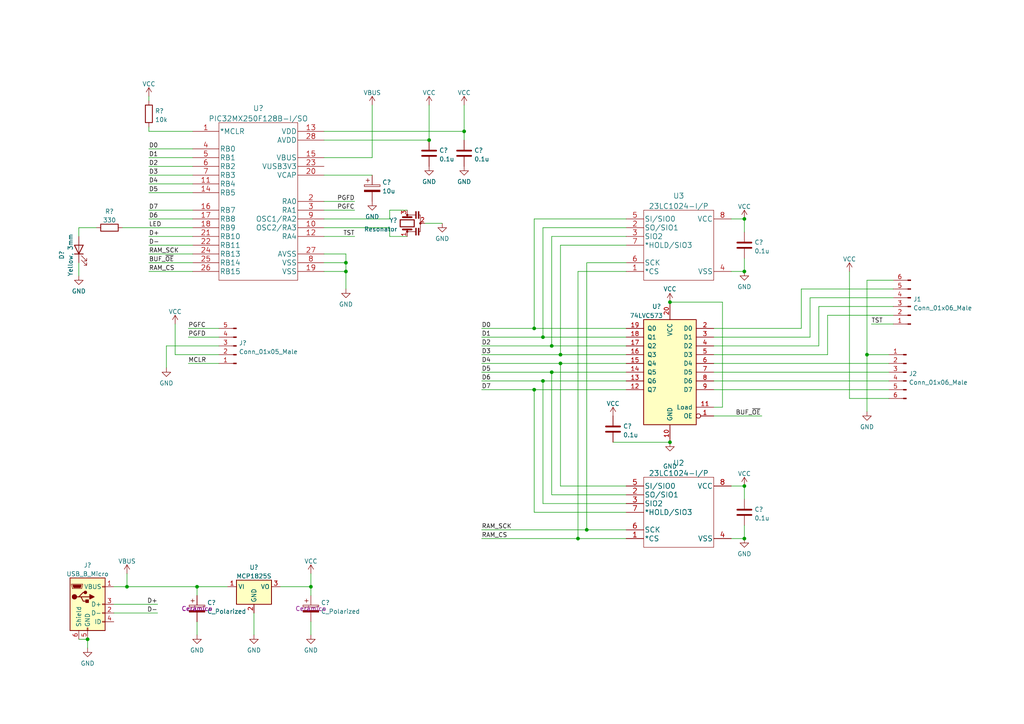
<source format=kicad_sch>
(kicad_sch (version 20211123) (generator eeschema)
  (paper "A4")
  (title_block (title "Logic Pirate") (date "2022-11-13") (rev "1") (company "Tochi") (comment 1 "Clone from DangerousPrototypes's Logic Pirate") (comment 2 "http://dangerousprototypes.com/docs/Logic_Pirate"))
  (lib_symbols
    (symbol "23LC1024:23LC1024-I{slash}P" (pin_names (offset 0.254))
      (property "Reference" "U" (at 5.08 6.35 0))
      (property "Value" "23LC1024-I{slash}P" (at 5.08 3.81 0))
      (symbol "23LC1024-I{slash}P_1_1"
        (polyline (pts (xy 5.08 -17.78) (xy 25.4 -17.78)) (stroke (width 0.127)))
        (polyline (pts (xy 5.08 2.54) (xy 5.08 -17.78)) (stroke (width 0.127)))
        (polyline (pts (xy 25.4 -17.78) (xy 25.4 2.54)) (stroke (width 0.127)))
        (polyline (pts (xy 25.4 2.54) (xy 5.08 2.54)) (stroke (width 0.127)))
        (pin input line (at 0 -15.24 0) (length 5.08) (name "*CS") (number "1"))
        (pin bidirectional line (at 0 -2.54 0) (length 5.08) (name "SO/SIO1") (number "2"))
        (pin bidirectional line (at 0 -5.08 0) (length 5.08) (name "SIO2") (number "3"))
        (pin power_in line (at 30.48 -15.24 180) (length 5.08) (name "VSS") (number "4"))
        (pin bidirectional line (at 0 0 0) (length 5.08) (name "SI/SIO0") (number "5"))
        (pin input line (at 0 -12.7 0) (length 5.08) (name "SCK") (number "6"))
        (pin input line (at 0 -7.62 0) (length 5.08) (name "*HOLD/SIO3") (number "7"))
        (pin power_in line (at 30.48 0 180) (length 5.08) (name "VCC") (number "8"))
      )
    )
    (symbol "74xx:74LS573" (pin_names (offset 1.016))
      (property "Reference" "U" (at -7.62 16.51 0))
      (property "Value" "74LS573" (at -7.62 -16.51 0))
      (symbol "74LS573_1_0"
        (pin input inverted (at -12.7 -12.7 0) (length 5.08) (name "OE") (number "1"))
        (pin power_in line (at 0 -20.32 90) (length 5.08) (name "GND") (number "10"))
        (pin input line (at -12.7 -10.16 0) (length 5.08) (name "Load") (number "11"))
        (pin tri_state line (at 12.7 -5.08 180) (length 5.08) (name "Q7") (number "12"))
        (pin tri_state line (at 12.7 -2.54 180) (length 5.08) (name "Q6") (number "13"))
        (pin tri_state line (at 12.7 0 180) (length 5.08) (name "Q5") (number "14"))
        (pin tri_state line (at 12.7 2.54 180) (length 5.08) (name "Q4") (number "15"))
        (pin tri_state line (at 12.7 5.08 180) (length 5.08) (name "Q3") (number "16"))
        (pin tri_state line (at 12.7 7.62 180) (length 5.08) (name "Q2") (number "17"))
        (pin tri_state line (at 12.7 10.16 180) (length 5.08) (name "Q1") (number "18"))
        (pin tri_state line (at 12.7 12.7 180) (length 5.08) (name "Q0") (number "19"))
        (pin input line (at -12.7 12.7 0) (length 5.08) (name "D0") (number "2"))
        (pin power_in line (at 0 20.32 270) (length 5.08) (name "VCC") (number "20"))
        (pin input line (at -12.7 10.16 0) (length 5.08) (name "D1") (number "3"))
        (pin input line (at -12.7 7.62 0) (length 5.08) (name "D2") (number "4"))
        (pin input line (at -12.7 5.08 0) (length 5.08) (name "D3") (number "5"))
        (pin input line (at -12.7 2.54 0) (length 5.08) (name "D4") (number "6"))
        (pin input line (at -12.7 0 0) (length 5.08) (name "D5") (number "7"))
        (pin input line (at -12.7 -2.54 0) (length 5.08) (name "D6") (number "8"))
        (pin input line (at -12.7 -5.08 0) (length 5.08) (name "D7") (number "9"))
      )
      (symbol "74LS573_1_1"
        (rectangle (start -7.62 15.24) (end 7.62 -15.24) (stroke (width 0.254)) (fill (type background)))
      )
    )
    (symbol "Connector:Conn_01x05_Male" (pin_names (offset 1.016) hide)
      (property "Reference" "J" (at 0 7.62 0))
      (property "Value" "Conn_01x05_Male" (at 0 -7.62 0))
      (symbol "Conn_01x05_Male_1_1"
        (polyline (pts (xy 1.27 -5.08) (xy 0.8636 -5.08)) (stroke (width 0.1524)))
        (polyline (pts (xy 1.27 -2.54) (xy 0.8636 -2.54)) (stroke (width 0.1524)))
        (polyline (pts (xy 1.27 0) (xy 0.8636 0)) (stroke (width 0.1524)))
        (polyline (pts (xy 1.27 2.54) (xy 0.8636 2.54)) (stroke (width 0.1524)))
        (polyline (pts (xy 1.27 5.08) (xy 0.8636 5.08)) (stroke (width 0.1524)))
        (rectangle (start 0.8636 -4.953) (end 0 -5.207) (stroke (width 0.1524)) (fill (type outline)))
        (rectangle (start 0.8636 -2.413) (end 0 -2.667) (stroke (width 0.1524)) (fill (type outline)))
        (rectangle (start 0.8636 0.127) (end 0 -0.127) (stroke (width 0.1524)) (fill (type outline)))
        (rectangle (start 0.8636 2.667) (end 0 2.413) (stroke (width 0.1524)) (fill (type outline)))
        (rectangle (start 0.8636 5.207) (end 0 4.953) (stroke (width 0.1524)) (fill (type outline)))
        (pin passive line (at 5.08 5.08 180) (length 3.81) (name "Pin_1") (number "1"))
        (pin passive line (at 5.08 2.54 180) (length 3.81) (name "Pin_2") (number "2"))
        (pin passive line (at 5.08 0 180) (length 3.81) (name "Pin_3") (number "3"))
        (pin passive line (at 5.08 -2.54 180) (length 3.81) (name "Pin_4") (number "4"))
        (pin passive line (at 5.08 -5.08 180) (length 3.81) (name "Pin_5") (number "5"))
      )
    )
    (symbol "Connector:Conn_01x06_Male" (pin_names (offset 1.016) hide)
      (property "Reference" "J" (at 0 7.62 0))
      (property "Value" "Conn_01x06_Male" (at 0 -10.16 0))
      (symbol "Conn_01x06_Male_1_1"
        (polyline (pts (xy 1.27 -7.62) (xy 0.8636 -7.62)) (stroke (width 0.1524)))
        (polyline (pts (xy 1.27 -5.08) (xy 0.8636 -5.08)) (stroke (width 0.1524)))
        (polyline (pts (xy 1.27 -2.54) (xy 0.8636 -2.54)) (stroke (width 0.1524)))
        (polyline (pts (xy 1.27 0) (xy 0.8636 0)) (stroke (width 0.1524)))
        (polyline (pts (xy 1.27 2.54) (xy 0.8636 2.54)) (stroke (width 0.1524)))
        (polyline (pts (xy 1.27 5.08) (xy 0.8636 5.08)) (stroke (width 0.1524)))
        (rectangle (start 0.8636 -7.493) (end 0 -7.747) (stroke (width 0.1524)) (fill (type outline)))
        (rectangle (start 0.8636 -4.953) (end 0 -5.207) (stroke (width 0.1524)) (fill (type outline)))
        (rectangle (start 0.8636 -2.413) (end 0 -2.667) (stroke (width 0.1524)) (fill (type outline)))
        (rectangle (start 0.8636 0.127) (end 0 -0.127) (stroke (width 0.1524)) (fill (type outline)))
        (rectangle (start 0.8636 2.667) (end 0 2.413) (stroke (width 0.1524)) (fill (type outline)))
        (rectangle (start 0.8636 5.207) (end 0 4.953) (stroke (width 0.1524)) (fill (type outline)))
        (pin passive line (at 5.08 5.08 180) (length 3.81) (name "Pin_1") (number "1"))
        (pin passive line (at 5.08 2.54 180) (length 3.81) (name "Pin_2") (number "2"))
        (pin passive line (at 5.08 0 180) (length 3.81) (name "Pin_3") (number "3"))
        (pin passive line (at 5.08 -2.54 180) (length 3.81) (name "Pin_4") (number "4"))
        (pin passive line (at 5.08 -5.08 180) (length 3.81) (name "Pin_5") (number "5"))
        (pin passive line (at 5.08 -7.62 180) (length 3.81) (name "Pin_6") (number "6"))
      )
    )
    (symbol "Connector:USB_B_Micro" (pin_names (offset 1.016))
      (property "Reference" "J" (at -5.08 11.43 0))
      (property "Value" "USB_B_Micro" (at -5.08 8.89 0))
      (symbol "USB_B_Micro_0_1"
        (rectangle (start -5.08 -7.62) (end 5.08 7.62) (stroke (width 0.254)) (fill (type background)))
        (circle (center -3.81 2.159) (radius 0.635) (stroke (width 0.254)) (fill (type outline)))
        (circle (center -0.635 3.429) (radius 0.381) (stroke (width 0.254)) (fill (type outline)))
        (rectangle (start -0.127 -7.62) (end 0.127 -6.858))
        (polyline (pts (xy -1.905 2.159) (xy 0.635 2.159)) (stroke (width 0.254)))
        (polyline (pts (xy -3.175 2.159) (xy -2.54 2.159) (xy -1.27 3.429) (xy -0.635 3.429)) (stroke (width 0.254)))
        (polyline (pts (xy -2.54 2.159) (xy -1.905 2.159) (xy -1.27 0.889) (xy 0 0.889)) (stroke (width 0.254)))
        (polyline (pts (xy 0.635 2.794) (xy 0.635 1.524) (xy 1.905 2.159) (xy 0.635 2.794)) (stroke (width 0.254)) (fill (type outline)))
        (polyline (pts (xy -4.318 5.588) (xy -1.778 5.588) (xy -2.032 4.826) (xy -4.064 4.826) (xy -4.318 5.588)) (fill (type outline)))
        (polyline (pts (xy -4.699 5.842) (xy -4.699 5.588) (xy -4.445 4.826) (xy -4.445 4.572) (xy -1.651 4.572) (xy -1.651 4.826) (xy -1.397 5.588) (xy -1.397 5.842) (xy -4.699 5.842)))
        (rectangle (start 0.254 1.27) (end -0.508 0.508) (stroke (width 0.254)) (fill (type outline)))
        (rectangle (start 5.08 -5.207) (end 4.318 -4.953))
        (rectangle (start 5.08 -2.667) (end 4.318 -2.413))
        (rectangle (start 5.08 -0.127) (end 4.318 0.127))
        (rectangle (start 5.08 4.953) (end 4.318 5.207))
      )
      (symbol "USB_B_Micro_1_1"
        (pin power_out line (at 7.62 5.08 180) (length 2.54) (name "VBUS") (number "1"))
        (pin bidirectional line (at 7.62 -2.54 180) (length 2.54) (name "D-") (number "2"))
        (pin bidirectional line (at 7.62 0 180) (length 2.54) (name "D+") (number "3"))
        (pin passive line (at 7.62 -5.08 180) (length 2.54) (name "ID") (number "4"))
        (pin power_out line (at 0 -10.16 90) (length 2.54) (name "GND") (number "5"))
        (pin passive line (at -2.54 -10.16 90) (length 2.54) (name "Shield") (number "6"))
      )
    )
    (symbol "Device:C" (pin_numbers hide) (pin_names (offset 0.254))
      (property "Reference" "C" (at 0.635 2.54 0))
      (property "Value" "C" (at 0.635 -2.54 0))
      (symbol "C_0_1"
        (polyline (pts (xy -2.032 -0.762) (xy 2.032 -0.762)) (stroke (width 0.508)))
        (polyline (pts (xy -2.032 0.762) (xy 2.032 0.762)) (stroke (width 0.508)))
      )
      (symbol "C_1_1"
        (pin passive line (at 0 3.81 270) (length 2.794) (name "~") (number "1"))
        (pin passive line (at 0 -3.81 90) (length 2.794) (name "~") (number "2"))
      )
    )
    (symbol "Device:C_Polarized" (pin_numbers hide) (pin_names (offset 0.254))
      (property "Reference" "C" (at 0.635 2.54 0))
      (property "Value" "C_Polarized" (at 0.635 -2.54 0))
      (symbol "C_Polarized_0_1"
        (rectangle (start -2.286 0.508) (end 2.286 1.016))
        (polyline (pts (xy -1.778 2.286) (xy -0.762 2.286)))
        (polyline (pts (xy -1.27 2.794) (xy -1.27 1.778)))
        (rectangle (start 2.286 -0.508) (end -2.286 -1.016) (fill (type outline)))
      )
      (symbol "C_Polarized_1_1"
        (pin passive line (at 0 3.81 270) (length 2.794) (name "~") (number "1"))
        (pin passive line (at 0 -3.81 90) (length 2.794) (name "~") (number "2"))
      )
    )
    (symbol "Device:LED" (pin_numbers hide) (pin_names (offset 1.016) hide)
      (property "Reference" "D" (at 0 2.54 0))
      (property "Value" "LED" (at 0 -2.54 0))
      (symbol "LED_0_1"
        (polyline (pts (xy -1.27 -1.27) (xy -1.27 1.27)) (stroke (width 0.254)))
        (polyline (pts (xy -1.27 0) (xy 1.27 0)))
        (polyline (pts (xy 1.27 -1.27) (xy 1.27 1.27) (xy -1.27 0) (xy 1.27 -1.27)) (stroke (width 0.254)))
        (polyline (pts (xy -3.048 -0.762) (xy -4.572 -2.286) (xy -3.81 -2.286) (xy -4.572 -2.286) (xy -4.572 -1.524)))
        (polyline (pts (xy -1.778 -0.762) (xy -3.302 -2.286) (xy -2.54 -2.286) (xy -3.302 -2.286) (xy -3.302 -1.524)))
      )
      (symbol "LED_1_1"
        (pin passive line (at -3.81 0 0) (length 2.54) (name "K") (number "1"))
        (pin passive line (at 3.81 0 180) (length 2.54) (name "A") (number "2"))
      )
    )
    (symbol "Device:R" (pin_numbers hide) (pin_names (offset 0))
      (property "Reference" "R" (at 2.032 0 90))
      (property "Value" "R" (at 0 0 90))
      (symbol "R_0_1"
        (rectangle (start -1.016 -2.54) (end 1.016 2.54) (stroke (width 0.254)))
      )
      (symbol "R_1_1"
        (pin passive line (at 0 3.81 270) (length 1.27) (name "~") (number "1"))
        (pin passive line (at 0 -3.81 90) (length 1.27) (name "~") (number "2"))
      )
    )
    (symbol "Device:Resonator" (pin_names (offset 1.016) hide)
      (property "Reference" "Y" (at 0 5.715 0))
      (property "Value" "Resonator" (at 0 3.81 0))
      (symbol "Resonator_0_1"
        (rectangle (start -3.429 -3.175) (end -1.397 -3.429) (fill (type outline)))
        (rectangle (start -3.429 -2.413) (end -1.397 -2.667) (fill (type outline)))
        (circle (center -2.413 0) (radius 0.254) (fill (type outline)))
        (rectangle (start -1.016 2.032) (end 1.016 -2.032) (stroke (width 0.3048)))
        (circle (center 0 -3.81) (radius 0.254) (fill (type outline)))
        (polyline (pts (xy -2.413 -2.413) (xy -2.413 0)))
        (polyline (pts (xy -1.905 0) (xy -3.175 0)))
        (polyline (pts (xy -1.778 -1.27) (xy -1.778 1.27)) (stroke (width 0.508)))
        (polyline (pts (xy 1.778 -1.27) (xy 1.778 1.27)) (stroke (width 0.508)))
        (polyline (pts (xy 1.905 0) (xy 2.54 0)))
        (polyline (pts (xy 2.413 0) (xy 2.413 -2.54)))
        (polyline (pts (xy 2.413 -3.302) (xy 2.413 -3.81) (xy -2.413 -3.81) (xy -2.413 -3.302)))
        (rectangle (start 1.397 -3.175) (end 3.429 -3.429) (fill (type outline)))
        (rectangle (start 1.397 -2.413) (end 3.429 -2.667) (fill (type outline)))
        (circle (center 2.413 0) (radius 0.254) (fill (type outline)))
      )
      (symbol "Resonator_1_1"
        (pin passive line (at -3.81 0 0) (length 1.27) (name "1") (number "1"))
        (pin passive line (at 0 -5.08 90) (length 1.27) (name "2") (number "2"))
        (pin passive line (at 3.81 0 180) (length 1.27) (name "3") (number "3"))
      )
    )
    (symbol "PIC32MX250F128B-I{slash}SO_1" (pin_names (offset 0.254))
      (property "Reference" "U?" (at 19.05 6.6876 0))
      (property "Value" "PIC32MX250F128B-I/SO" (at 19.05 3.6942 0))
      (symbol "PIC32MX250F128B-I{slash}SO_1_1_1"
        (polyline (pts (xy 7.62 -43.18) (xy 30.48 -43.18)) (stroke (width 0.127)))
        (polyline (pts (xy 7.62 2.54) (xy 7.62 -43.18)) (stroke (width 0.127)))
        (polyline (pts (xy 30.48 -43.18) (xy 30.48 2.54)) (stroke (width 0.127)))
        (polyline (pts (xy 30.48 2.54) (xy 7.62 2.54)) (stroke (width 0.127)))
        (pin unspecified line (at 0 0 0) (length 7.62) (name "*MCLR") (number "1"))
        (pin bidirectional line (at 38.1 -27.94 180) (length 7.62) (name "OSC2/RA3") (number "10"))
        (pin bidirectional line (at 0 -15.24 0) (length 7.62) (name "RB4") (number "11"))
        (pin bidirectional line (at 38.1 -30.48 180) (length 7.62) (name "RA4") (number "12"))
        (pin power_in line (at 38.1 0 180) (length 7.62) (name "VDD") (number "13"))
        (pin bidirectional line (at 0 -17.78 0) (length 7.62) (name "RB5") (number "14"))
        (pin power_in line (at 38.1 -7.62 180) (length 7.62) (name "VBUS") (number "15"))
        (pin bidirectional line (at 0 -22.86 0) (length 7.62) (name "RB7") (number "16"))
        (pin bidirectional line (at 0 -25.4 0) (length 7.62) (name "RB8") (number "17"))
        (pin bidirectional line (at 0 -27.94 0) (length 7.62) (name "RB9") (number "18"))
        (pin power_in line (at 38.1 -40.64 180) (length 7.62) (name "VSS") (number "19"))
        (pin bidirectional line (at 38.1 -20.32 180) (length 7.62) (name "RA0") (number "2"))
        (pin power_in line (at 38.1 -12.7 180) (length 7.62) (name "VCAP") (number "20"))
        (pin bidirectional line (at 0 -30.48 0) (length 7.62) (name "RB10") (number "21"))
        (pin bidirectional line (at 0 -33.02 0) (length 7.62) (name "RB11") (number "22"))
        (pin power_in line (at 38.1 -10.16 180) (length 7.62) (name "VUSB3V3") (number "23"))
        (pin bidirectional line (at 0 -35.56 0) (length 7.62) (name "RB13") (number "24"))
        (pin bidirectional line (at 0 -38.1 0) (length 7.62) (name "RB14") (number "25"))
        (pin bidirectional line (at 0 -40.64 0) (length 7.62) (name "RB15") (number "26"))
        (pin power_in line (at 38.1 -35.56 180) (length 7.62) (name "AVSS") (number "27"))
        (pin power_in line (at 38.1 -2.54 180) (length 7.62) (name "AVDD") (number "28"))
        (pin bidirectional line (at 38.1 -22.86 180) (length 7.62) (name "RA1") (number "3"))
        (pin bidirectional line (at 0 -5.08 0) (length 7.62) (name "RB0") (number "4"))
        (pin bidirectional line (at 0 -7.62 0) (length 7.62) (name "RB1") (number "5"))
        (pin bidirectional line (at 0 -10.16 0) (length 7.62) (name "RB2") (number "6"))
        (pin bidirectional line (at 0 -12.7 0) (length 7.62) (name "RB3") (number "7"))
        (pin power_in line (at 38.1 -38.1 180) (length 7.62) (name "VSS") (number "8"))
        (pin bidirectional line (at 38.1 -25.4 180) (length 7.62) (name "OSC1/RA2") (number "9"))
      )
    )
    (symbol "Regulator_Linear:MCP1825S"
      (property "Reference" "U" (at -3.81 3.175 0))
      (property "Value" "MCP1825S" (at 0 3.175 0))
      (symbol "MCP1825S_0_1"
        (rectangle (start -5.08 1.905) (end 5.08 -5.08) (stroke (width 0.254)) (fill (type background)))
      )
      (symbol "MCP1825S_1_1"
        (pin power_in line (at -7.62 0 0) (length 2.54) (name "VI") (number "1"))
        (pin power_in line (at 0 -7.62 90) (length 2.54) (name "GND") (number "2"))
        (pin power_out line (at 7.62 0 180) (length 2.54) (name "VO") (number "3"))
      )
    )
    (symbol "power:GND" (power) (pin_names (offset 0))
      (property "Value" "GND" (at 0 -3.81 0))
      (symbol "GND_0_1"
        (polyline (pts (xy 0 0) (xy 0 -1.27) (xy 1.27 -1.27) (xy 0 -2.54) (xy -1.27 -1.27) (xy 0 -1.27)))
      )
      (symbol "GND_1_1"
        (pin power_in line (at 0 0 270) (length 0) hide (name "GND") (number "1"))
      )
    )
    (symbol "power:VBUS" (power) (pin_names (offset 0))
      (property "Value" "VBUS" (at 0 3.81 0))
      (symbol "VBUS_0_1"
        (polyline (pts (xy -0.762 1.27) (xy 0 2.54)))
        (polyline (pts (xy 0 0) (xy 0 2.54)))
        (polyline (pts (xy 0 2.54) (xy 0.762 1.27)))
      )
      (symbol "VBUS_1_1"
        (pin power_in line (at 0 0 90) (length 0) hide (name "VBUS") (number "1"))
      )
    )
    (symbol "power:VCC" (power) (pin_names (offset 0))
      (property "Value" "VCC" (at 0 3.81 0))
      (symbol "VCC_0_1"
        (polyline (pts (xy -0.762 1.27) (xy 0 2.54)))
        (polyline (pts (xy 0 0) (xy 0 2.54)))
        (polyline (pts (xy 0 2.54) (xy 0.762 1.27)))
      )
      (symbol "VCC_1_1"
        (pin power_in line (at 0 0 90) (length 0) hide (name "VCC") (number "1"))
      )
    )
  )
  (junction (at 215.9 140.97))
  (junction (at 154.94 113.03))
  (junction (at 215.9 156.21))
  (junction (at 160.02 107.95))
  (junction (at 162.56 102.87))
  (junction (at 157.48 97.79))
  (junction (at 36.83 170.18))
  (junction (at 100.33 76.2))
  (junction (at 157.48 110.49))
  (junction (at 162.56 105.41))
  (junction (at 25.4 185.42))
  (junction (at 100.33 78.74))
  (junction (at 194.31 87.63))
  (junction (at 215.9 63.5))
  (junction (at 134.62 38.1))
  (junction (at 170.18 153.67))
  (junction (at 57.15 170.18))
  (junction (at 215.9 78.74))
  (junction (at 124.46 40.64))
  (junction (at 160.02 100.33))
  (junction (at 154.94 95.25))
  (junction (at 194.31 128.27))
  (junction (at 251.46 102.87))
  (junction (at 90.17 170.18))
  (junction (at 167.64 156.21))
  (wire (pts (xy 55.88 63.5) (xy 43.18 63.5)))
  (wire (pts (xy 181.61 140.97) (xy 162.56 140.97)))
  (wire (pts (xy 100.33 78.74) (xy 100.33 76.2)))
  (wire (pts (xy 22.86 76.2) (xy 22.86 80.01)))
  (wire (pts (xy 154.94 95.25) (xy 154.94 63.5)))
  (wire (pts (xy 181.61 156.21) (xy 167.64 156.21)))
  (wire (pts (xy 139.7 95.25) (xy 154.94 95.25)))
  (wire (pts (xy 139.7 156.21) (xy 167.64 156.21)))
  (wire (pts (xy 232.41 83.82) (xy 232.41 95.25)))
  (wire (pts (xy 157.48 97.79) (xy 157.48 66.04)))
  (wire (pts (xy 170.18 153.67) (xy 181.61 153.67)))
  (wire (pts (xy 139.7 97.79) (xy 157.48 97.79)))
  (wire (pts (xy 207.01 113.03) (xy 257.81 113.03)))
  (wire (pts (xy 207.01 110.49) (xy 257.81 110.49)))
  (wire (pts (xy 113.03 68.58) (xy 118.11 68.58)))
  (wire (pts (xy 55.88 68.58) (xy 43.18 68.58)))
  (wire (pts (xy 181.61 102.87) (xy 162.56 102.87)))
  (wire (pts (xy 160.02 143.51) (xy 160.02 107.95)))
  (wire (pts (xy 170.18 76.2) (xy 170.18 153.67)))
  (wire (pts (xy 55.88 43.18) (xy 43.18 43.18)))
  (wire (pts (xy 93.98 73.66) (xy 100.33 73.66)))
  (wire (pts (xy 160.02 107.95) (xy 181.61 107.95)))
  (wire (pts (xy 160.02 68.58) (xy 181.61 68.58)))
  (wire (pts (xy 57.15 172.72) (xy 57.15 170.18)))
  (wire (pts (xy 134.62 30.48) (xy 134.62 38.1)))
  (wire (pts (xy 134.62 38.1) (xy 134.62 40.64)))
  (wire (pts (xy 54.61 95.25) (xy 63.5 95.25)))
  (wire (pts (xy 215.9 78.74) (xy 212.09 78.74)))
  (wire (pts (xy 237.49 88.9) (xy 237.49 100.33)))
  (wire (pts (xy 139.7 100.33) (xy 160.02 100.33)))
  (wire (pts (xy 162.56 105.41) (xy 181.61 105.41)))
  (wire (pts (xy 215.9 144.78) (xy 215.9 140.97)))
  (wire (pts (xy 43.18 38.1) (xy 55.88 38.1)))
  (wire (pts (xy 33.02 177.8) (xy 45.72 177.8)))
  (wire (pts (xy 93.98 78.74) (xy 100.33 78.74)))
  (wire (pts (xy 102.87 60.96) (xy 93.98 60.96)))
  (wire (pts (xy 259.08 86.36) (xy 234.95 86.36)))
  (wire (pts (xy 50.8 93.98) (xy 50.8 102.87)))
  (wire (pts (xy 43.18 38.1) (xy 43.18 36.83)))
  (wire (pts (xy 232.41 95.25) (xy 207.01 95.25)))
  (wire (pts (xy 43.18 73.66) (xy 55.88 73.66)))
  (wire (pts (xy 93.98 63.5) (xy 113.03 63.5)))
  (wire (pts (xy 240.03 91.44) (xy 240.03 102.87)))
  (wire (pts (xy 90.17 166.37) (xy 90.17 170.18)))
  (wire (pts (xy 181.61 76.2) (xy 170.18 76.2)))
  (wire (pts (xy 139.7 110.49) (xy 157.48 110.49)))
  (wire (pts (xy 36.83 166.37) (xy 36.83 170.18)))
  (wire (pts (xy 259.08 81.28) (xy 251.46 81.28)))
  (wire (pts (xy 234.95 86.36) (xy 234.95 97.79)))
  (wire (pts (xy 207.01 105.41) (xy 257.81 105.41)))
  (wire (pts (xy 55.88 55.88) (xy 43.18 55.88)))
  (wire (pts (xy 55.88 60.96) (xy 43.18 60.96)))
  (wire (pts (xy 139.7 102.87) (xy 162.56 102.87)))
  (wire (pts (xy 215.9 140.97) (xy 212.09 140.97)))
  (wire (pts (xy 73.66 177.8) (xy 73.66 184.15)))
  (wire (pts (xy 240.03 102.87) (xy 207.01 102.87)))
  (wire (pts (xy 100.33 76.2) (xy 100.33 73.66)))
  (wire (pts (xy 154.94 113.03) (xy 181.61 113.03)))
  (wire (pts (xy 139.7 105.41) (xy 162.56 105.41)))
  (wire (pts (xy 33.02 175.26) (xy 45.72 175.26)))
  (wire (pts (xy 90.17 170.18) (xy 81.28 170.18)))
  (wire (pts (xy 107.95 45.72) (xy 93.98 45.72)))
  (wire (pts (xy 50.8 102.87) (xy 63.5 102.87)))
  (wire (pts (xy 246.38 78.74) (xy 246.38 115.57)))
  (wire (pts (xy 181.61 148.59) (xy 154.94 148.59)))
  (wire (pts (xy 113.03 60.96) (xy 118.11 60.96)))
  (wire (pts (xy 22.86 68.58) (xy 22.86 66.04)))
  (wire (pts (xy 160.02 100.33) (xy 160.02 68.58)))
  (wire (pts (xy 154.94 148.59) (xy 154.94 113.03)))
  (wire (pts (xy 35.56 66.04) (xy 55.88 66.04)))
  (wire (pts (xy 251.46 81.28) (xy 251.46 102.87)))
  (wire (pts (xy 181.61 97.79) (xy 157.48 97.79)))
  (wire (pts (xy 154.94 63.5) (xy 181.61 63.5)))
  (wire (pts (xy 251.46 102.87) (xy 257.81 102.87)))
  (wire (pts (xy 33.02 170.18) (xy 36.83 170.18)))
  (wire (pts (xy 181.61 100.33) (xy 160.02 100.33)))
  (wire (pts (xy 167.64 156.21) (xy 167.64 78.74)))
  (wire (pts (xy 93.98 40.64) (xy 124.46 40.64)))
  (wire (pts (xy 259.08 83.82) (xy 232.41 83.82)))
  (wire (pts (xy 252.73 93.98) (xy 259.08 93.98)))
  (wire (pts (xy 93.98 50.8) (xy 107.95 50.8)))
  (wire (pts (xy 157.48 110.49) (xy 181.61 110.49)))
  (wire (pts (xy 55.88 50.8) (xy 43.18 50.8)))
  (wire (pts (xy 139.7 107.95) (xy 160.02 107.95)))
  (wire (pts (xy 181.61 143.51) (xy 160.02 143.51)))
  (wire (pts (xy 55.88 45.72) (xy 43.18 45.72)))
  (wire (pts (xy 93.98 66.04) (xy 113.03 66.04)))
  (wire (pts (xy 90.17 180.34) (xy 90.17 184.15)))
  (wire (pts (xy 167.64 78.74) (xy 181.61 78.74)))
  (wire (pts (xy 93.98 68.58) (xy 102.87 68.58)))
  (wire (pts (xy 55.88 53.34) (xy 43.18 53.34)))
  (wire (pts (xy 22.86 66.04) (xy 27.94 66.04)))
  (wire (pts (xy 43.18 27.94) (xy 43.18 29.21)))
  (wire (pts (xy 48.26 100.33) (xy 63.5 100.33)))
  (wire (pts (xy 54.61 97.79) (xy 63.5 97.79)))
  (wire (pts (xy 55.88 48.26) (xy 43.18 48.26)))
  (wire (pts (xy 215.9 67.31) (xy 215.9 63.5)))
  (wire (pts (xy 162.56 102.87) (xy 162.56 71.12)))
  (wire (pts (xy 181.61 146.05) (xy 157.48 146.05)))
  (wire (pts (xy 139.7 113.03) (xy 154.94 113.03)))
  (wire (pts (xy 177.8 128.27) (xy 194.31 128.27)))
  (wire (pts (xy 237.49 100.33) (xy 207.01 100.33)))
  (wire (pts (xy 157.48 66.04) (xy 181.61 66.04)))
  (wire (pts (xy 54.61 105.41) (xy 63.5 105.41)))
  (wire (pts (xy 215.9 74.93) (xy 215.9 78.74)))
  (wire (pts (xy 22.86 185.42) (xy 25.4 185.42)))
  (wire (pts (xy 207.01 118.11) (xy 209.55 118.11)))
  (wire (pts (xy 43.18 78.74) (xy 55.88 78.74)))
  (wire (pts (xy 157.48 146.05) (xy 157.48 110.49)))
  (wire (pts (xy 215.9 63.5) (xy 212.09 63.5)))
  (wire (pts (xy 259.08 88.9) (xy 237.49 88.9)))
  (wire (pts (xy 48.26 106.68) (xy 48.26 100.33)))
  (wire (pts (xy 57.15 180.34) (xy 57.15 184.15)))
  (wire (pts (xy 259.08 91.44) (xy 240.03 91.44)))
  (wire (pts (xy 93.98 76.2) (xy 100.33 76.2)))
  (wire (pts (xy 162.56 71.12) (xy 181.61 71.12)))
  (wire (pts (xy 181.61 95.25) (xy 154.94 95.25)))
  (wire (pts (xy 36.83 170.18) (xy 57.15 170.18)))
  (wire (pts (xy 123.19 64.77) (xy 128.27 64.77)))
  (wire (pts (xy 207.01 107.95) (xy 257.81 107.95)))
  (wire (pts (xy 90.17 172.72) (xy 90.17 170.18)))
  (wire (pts (xy 100.33 83.82) (xy 100.33 78.74)))
  (wire (pts (xy 55.88 71.12) (xy 43.18 71.12)))
  (wire (pts (xy 209.55 87.63) (xy 194.31 87.63)))
  (wire (pts (xy 57.15 170.18) (xy 66.04 170.18)))
  (wire (pts (xy 107.95 30.48) (xy 107.95 45.72)))
  (wire (pts (xy 113.03 63.5) (xy 113.03 60.96)))
  (wire (pts (xy 215.9 156.21) (xy 212.09 156.21)))
  (wire (pts (xy 113.03 66.04) (xy 113.03 68.58)))
  (wire (pts (xy 209.55 118.11) (xy 209.55 87.63)))
  (wire (pts (xy 251.46 102.87) (xy 251.46 119.38)))
  (wire (pts (xy 207.01 120.65) (xy 220.98 120.65)))
  (wire (pts (xy 257.81 115.57) (xy 246.38 115.57)))
  (wire (pts (xy 93.98 38.1) (xy 134.62 38.1)))
  (wire (pts (xy 25.4 185.42) (xy 25.4 187.96)))
  (wire (pts (xy 215.9 152.4) (xy 215.9 156.21)))
  (wire (pts (xy 43.18 76.2) (xy 55.88 76.2)))
  (wire (pts (xy 102.87 58.42) (xy 93.98 58.42)))
  (wire (pts (xy 124.46 30.48) (xy 124.46 40.64)))
  (wire (pts (xy 234.95 97.79) (xy 207.01 97.79)))
  (wire (pts (xy 162.56 140.97) (xy 162.56 105.41)))
  (wire (pts (xy 139.7 153.67) (xy 170.18 153.67)))
  (label "D4" (at 43.18 53.34 0))
  (label "D6" (at 139.7 110.49 0))
  (label "D0" (at 139.7 95.25 0))
  (label "D2" (at 43.18 48.26 0))
  (label "D-" (at 43.18 71.12 0))
  (label "TST" (at 102.87 68.58 180))
  (label "RAM_CS" (at 139.7 156.21 0))
  (label "RAM_SCK" (at 139.7 153.67 0))
  (label "PGFC" (at 54.61 95.25 0))
  (label "D1" (at 43.18 45.72 0))
  (label "D+" (at 45.72 175.26 180))
  (label "RAM_CS" (at 43.18 78.74 0))
  (label "PGFC" (at 102.87 60.96 180))
  (label "MCLR" (at 54.61 105.41 0))
  (label "D-" (at 45.72 177.8 180))
  (label "BUF_~{OE}" (at 43.18 76.2 0))
  (label "D5" (at 139.7 107.95 0))
  (label "PGFD" (at 54.61 97.79 0))
  (label "TST" (at 252.73 93.98 0))
  (label "D2" (at 139.7 100.33 0))
  (label "D3" (at 139.7 102.87 0))
  (label "D7" (at 139.7 113.03 0))
  (label "D3" (at 43.18 50.8 0))
  (label "D+" (at 43.18 68.58 0))
  (label "BUF_~{OE}" (at 213.36 120.65 0))
  (label "LED" (at 43.18 66.04 0))
  (label "D5" (at 43.18 55.88 0))
  (label "D7" (at 43.18 60.96 0))
  (label "RAM_SCK" (at 43.18 73.66 0))
  (label "D0" (at 43.18 43.18 0))
  (label "D4" (at 139.7 105.41 0))
  (label "D1" (at 139.7 97.79 0))
  (label "D6" (at 43.18 63.5 0))
  (label "PGFD" (at 102.87 58.42 180))
  (symbol (lib_id "power:VCC") (at 90.17 166.37 0) (unit 1)
    (property "Reference" "#PWR?" (effects hide))
    (property "Value" "VCC" (at 90.17 162.7942 0))
  )
  (symbol (lib_id "Device:R") (at 31.75 66.04 90) (unit 1)
    (property "Reference" "R?" (at 31.75 61.3242 90))
    (property "Value" "330" (at 31.75 63.8611 90))
    (property "Footprint" "Resistor_SMD_AKL:R_0603_1608Metric_Pad1.05x0.95mm_HandSolder" (effects hide))
  )
  (symbol (lib_id "Device:C_Polarized") (at 90.17 176.53 0) (unit 1)
    (property "Reference" "C?" (at 93.091 174.8063 0) (effects (justify left)))
    (property "Value" "C_Polarized" (at 93.091 177.3432 0) (effects (justify left)))
    (property "Footprint" "Capacitor_SMD_AKL:C_0603_1608Metric_Pad1.08x0.95mm_HandSolder" (effects hide))
    (property "Tecnologia" "Cerámico" (at 90.17 176.53 0))
  )
  (symbol (lib_id "power:GND") (at 124.46 48.26 0) (unit 1)
    (property "Reference" "#PWR?" (effects hide))
    (property "Value" "GND" (at 124.46 52.7034 0))
  )
  (symbol (lib_id "23LC1024:23LC1024-I{slash}P") (at 181.61 140.97 0) (unit 1)
    (property "Reference" "U2" (at 196.85 134.2824 0) (effects (font (size 1.524 1.524))))
    (property "Value" "23LC1024-I/P" (at 196.85 137.2758 0) (effects (font (size 1.524 1.524))))
    (property "Footprint" "PDIP8_300MC_MCH" (effects hide))
  )
  (symbol (lib_id "power:GND") (at 57.15 184.15 0) (unit 1)
    (property "Reference" "#PWR?" (effects hide))
    (property "Value" "GND" (at 57.15 188.5934 0))
  )
  (symbol (lib_id "Connector:Conn_01x06_Male") (at 264.16 88.9 180) (unit 1)
    (property "Reference" "J1" (at 264.8712 86.7953 0) (effects (justify right)))
    (property "Value" "Conn_01x06_Male" (at 264.8712 89.3322 0) (effects (justify right)))
  )
  (symbol (lib_id "power:VBUS") (at 36.83 166.37 0) (unit 1)
    (property "Reference" "#PWR?" (effects hide))
    (property "Value" "VBUS" (at 36.83 162.7942 0))
  )
  (symbol (lib_id "power:VCC") (at 215.9 63.5 0) (unit 1)
    (property "Reference" "#PWR?" (effects hide))
    (property "Value" "VCC" (at 215.9 59.9242 0))
  )
  (symbol (lib_id "power:GND") (at 215.9 156.21 0) (unit 1)
    (property "Reference" "#PWR?" (effects hide))
    (property "Value" "GND" (at 215.9 160.6534 0))
  )
  (symbol (lib_id "power:VCC") (at 124.46 30.48 0) (unit 1)
    (property "Reference" "#PWR?" (effects hide))
    (property "Value" "VCC" (at 124.46 26.9042 0))
  )
  (symbol (lib_id "power:VCC") (at 194.31 87.63 0) (unit 1)
    (property "Reference" "#PWR?" (effects hide))
    (property "Value" "VCC" (at 194.31 83.82 0))
  )
  (symbol (lib_id "power:VBUS") (at 107.95 30.48 0) (unit 1)
    (property "Reference" "#PWR?" (effects hide))
    (property "Value" "VBUS" (at 107.95 26.9042 0))
  )
  (symbol (lib_name "PIC32MX250F128B-I{slash}SO_1") (lib_id "PIC32MX250F128B-I-SO:PIC32MX250F128B-I{slash}SO") (at 55.88 38.1 0) (unit 1)
    (property "Reference" "U?" (at 74.93 31.4124 0) (effects (font (size 1.524 1.524))))
    (property "Value" "PIC32MX250F128B-I/SO" (at 74.93 34.4058 0) (effects (font (size 1.524 1.524))))
    (property "Footprint" "SOIC28-W_MC_MCH" (effects hide))
  )
  (symbol (lib_id "power:VCC") (at 43.18 27.94 0) (unit 1)
    (property "Reference" "#PWR?" (effects hide))
    (property "Value" "VCC" (at 43.18 24.3642 0))
  )
  (symbol (lib_id "power:GND") (at 90.17 184.15 0) (unit 1)
    (property "Reference" "#PWR?" (effects hide))
    (property "Value" "GND" (at 90.17 188.5934 0))
  )
  (symbol (lib_id "Connector:Conn_01x06_Male") (at 262.89 107.95 0) (mirror y) (unit 1)
    (property "Reference" "J2" (at 263.6012 108.3853 0) (effects (justify right)))
    (property "Value" "Conn_01x06_Male" (at 263.6012 110.9222 0) (effects (justify right)))
  )
  (symbol (lib_id "Device:C_Polarized") (at 57.15 176.53 0) (unit 1)
    (property "Reference" "C?" (at 60.071 174.8063 0) (effects (justify left)))
    (property "Value" "C_Polarized" (at 60.071 177.3432 0) (effects (justify left)))
    (property "Footprint" "Capacitor_SMD_AKL:C_0603_1608Metric_Pad1.08x0.95mm_HandSolder" (effects hide))
    (property "Tecnologia" "Cerámico" (at 57.15 176.53 0))
  )
  (symbol (lib_id "power:GND") (at 73.66 184.15 0) (unit 1)
    (property "Reference" "#PWR?" (effects hide))
    (property "Value" "GND" (at 73.66 188.5934 0))
  )
  (symbol (lib_id "power:GND") (at 251.46 119.38 0) (unit 1)
    (property "Reference" "#PWR?" (effects hide))
    (property "Value" "GND" (at 251.46 123.8234 0))
  )
  (symbol (lib_id "Device:C") (at 215.9 71.12 0) (unit 1)
    (property "Reference" "C?" (at 218.821 70.2853 0) (effects (justify left)))
    (property "Value" "0.1u" (at 218.821 72.8222 0) (effects (justify left)))
    (property "Footprint" "Capacitor_SMD_AKL:C_0603_1608Metric_Pad1.08x0.95mm_HandSolder" (effects hide))
  )
  (symbol (lib_id "Device:R") (at 43.18 33.02 0) (unit 1)
    (property "Reference" "R?" (at 44.958 32.1853 0) (effects (justify left)))
    (property "Value" "10k" (at 44.958 34.7222 0) (effects (justify left)))
    (property "Footprint" "Resistor_SMD_AKL:R_0603_1608Metric_Pad1.05x0.95mm_HandSolder" (effects hide))
  )
  (symbol (lib_id "power:GND") (at 22.86 80.01 0) (unit 1)
    (property "Reference" "#PWR?" (effects hide))
    (property "Value" "GND" (at 22.86 84.4534 0))
  )
  (symbol (lib_id "Connector:Conn_01x05_Male") (at 68.58 100.33 180) (unit 1)
    (property "Reference" "J?" (at 69.2912 99.4953 0) (effects (justify right)))
    (property "Value" "Conn_01x05_Male" (at 69.2912 102.0322 0) (effects (justify right)))
  )
  (symbol (lib_id "power:GND") (at 194.31 128.27 0) (unit 1)
    (property "Reference" "#PWR?" (effects hide))
    (property "Value" "GND" (at 194.31 135.2534 0))
  )
  (symbol (lib_id "Device:C") (at 215.9 148.59 0) (unit 1)
    (property "Reference" "C?" (at 218.821 147.7553 0) (effects (justify left)))
    (property "Value" "0.1u" (at 218.821 150.2922 0) (effects (justify left)))
    (property "Footprint" "Capacitor_SMD_AKL:C_0603_1608Metric_Pad1.08x0.95mm_HandSolder" (effects hide))
  )
  (symbol (lib_id "power:GND") (at 48.26 106.68 0) (unit 1)
    (property "Reference" "#PWR?" (effects hide))
    (property "Value" "GND" (at 48.26 111.1234 0))
  )
  (symbol (lib_id "23LC1024:23LC1024-I{slash}P") (at 181.61 63.5 0) (unit 1)
    (property "Reference" "U3" (at 196.85 56.8124 0) (effects (font (size 1.524 1.524))))
    (property "Value" "23LC1024-I/P" (at 196.85 59.8058 0) (effects (font (size 1.524 1.524))))
    (property "Footprint" "PDIP8_300MC_MCH" (effects hide))
  )
  (symbol (lib_id "power:VCC") (at 215.9 140.97 0) (unit 1)
    (property "Reference" "#PWR?" (effects hide))
    (property "Value" "VCC" (at 215.9 137.3942 0))
  )
  (symbol (lib_id "power:VCC") (at 246.38 78.74 0) (unit 1)
    (property "Reference" "#PWR?" (effects hide))
    (property "Value" "VCC" (at 246.38 75.1642 0))
  )
  (symbol (lib_id "power:GND") (at 128.27 64.77 0) (unit 1)
    (property "Reference" "#PWR?" (effects hide))
    (property "Value" "GND" (at 128.27 69.2134 0))
  )
  (symbol (lib_id "power:GND") (at 134.62 48.26 0) (unit 1)
    (property "Reference" "#PWR?" (effects hide))
    (property "Value" "GND" (at 134.62 52.7034 0))
  )
  (symbol (lib_id "74xx:74LS573") (at 194.31 107.95 0) (mirror y) (unit 1)
    (property "Reference" "U?" (at 191.77 88.9 0) (effects (justify left)))
    (property "Value" "74LVC573" (at 192.2906 91.5471 0) (effects (justify left)))
    (property "Datasheet" "74xx/74hc573.pdf" (effects hide))
  )
  (symbol (lib_id "Device:LED") (at 22.86 72.39 90) (unit 1)
    (property "Reference" "D?" (at 17.8902 73.9775 0))
    (property "Value" "Yellow, 3mm" (at 20.4271 73.9775 0))
    (property "Footprint" "LED_SMD:LED_0603_1608Metric_Pad1.05x0.95mm_HandSolder" (effects hide))
  )
  (symbol (lib_id "power:VCC") (at 177.8 120.65 0) (unit 1)
    (property "Reference" "#PWR?" (effects hide))
    (property "Value" "VCC" (at 177.8 117.0742 0))
  )
  (symbol (lib_id "power:GND") (at 215.9 78.74 0) (unit 1)
    (property "Reference" "#PWR?" (effects hide))
    (property "Value" "GND" (at 215.9 83.1834 0))
  )
  (symbol (lib_id "Regulator_Linear:MCP1825S") (at 73.66 170.18 0) (unit 1)
    (property "Reference" "U?" (at 73.66 164.5752 0))
    (property "Value" "MCP1825S" (at 73.66 167.1121 0))
    (property "Footprint" "Package_TO_SOT_SMD_AKL:SOT-223-3_TabPin2" (effects hide))
    (property "Datasheet" "http://ww1.microchip.com/downloads/en/devicedoc/22056b.pdf" (effects hide))
  )
  (symbol (lib_id "power:GND") (at 107.95 58.42 0) (unit 1)
    (property "Reference" "#PWR?" (effects hide))
    (property "Value" "GND" (at 107.95 62.8634 0))
  )
  (symbol (lib_id "Device:C") (at 134.62 44.45 0) (unit 1)
    (property "Reference" "C?" (at 137.541 43.6153 0) (effects (justify left)))
    (property "Value" "0.1u" (at 137.541 46.1522 0) (effects (justify left)))
    (property "Footprint" "Capacitor_SMD_AKL:C_0603_1608Metric_Pad1.08x0.95mm_HandSolder" (effects hide))
  )
  (symbol (lib_id "power:VCC") (at 134.62 30.48 0) (unit 1)
    (property "Reference" "#PWR?" (effects hide))
    (property "Value" "VCC" (at 134.62 26.9042 0))
  )
  (symbol (lib_id "power:GND") (at 100.33 83.82 0) (unit 1)
    (property "Reference" "#PWR?" (effects hide))
    (property "Value" "GND" (at 100.33 88.2634 0))
  )
  (symbol (lib_id "power:VCC") (at 50.8 93.98 0) (unit 1)
    (property "Reference" "#PWR?" (effects hide))
    (property "Value" "VCC" (at 50.8 90.4042 0))
  )
  (symbol (lib_id "Connector:USB_B_Micro") (at 25.4 175.26 0) (unit 1)
    (property "Reference" "J?" (at 25.4 163.9402 0))
    (property "Value" "USB_B_Micro" (at 25.4 166.4771 0))
    (property "Footprint" "Connector_USB:USB_Micro-B_Molex-105017-0001" (effects hide))
  )
  (symbol (lib_id "Device:C") (at 177.8 124.46 0) (unit 1)
    (property "Reference" "C?" (at 180.721 123.6253 0) (effects (justify left)))
    (property "Value" "0.1u" (at 180.721 126.1622 0) (effects (justify left)))
    (property "Footprint" "Capacitor_SMD_AKL:C_0603_1608Metric_Pad1.08x0.95mm_HandSolder" (effects hide))
  )
  (symbol (lib_id "Device:C_Polarized") (at 107.95 54.61 0) (unit 1)
    (property "Reference" "C?" (at 110.871 52.8863 0) (effects (justify left)))
    (property "Value" "10u" (at 110.871 55.4232 0) (effects (justify left)))
    (property "Footprint" "Capacitor_Tantalum_SMD_AKL:CP_EIA-3216-18_Kemet-A_Pad1.58x1.35mm_HandSolder" (effects hide))
    (property "Tecnología" "Tantalium o cerámico" (effects hide))
  )
  (symbol (lib_id "Device:Resonator") (at 118.11 64.77 90) (unit 1)
    (property "Reference" "Y?" (at 115.2906 63.9353 90) (effects (justify left)))
    (property "Value" "Resonator" (at 115.2906 66.4722 90) (effects (justify left)))
    (property "Footprint" "Crystal_AKL:Resonator_muRata_CSTLSxxxG-3Pin_W8.0mm_H3.0mm" (effects hide))
  )
  (symbol (lib_id "Device:C") (at 124.46 44.45 0) (unit 1)
    (property "Reference" "C?" (at 127.381 43.6153 0) (effects (justify left)))
    (property "Value" "0.1u" (at 127.381 46.1522 0) (effects (justify left)))
    (property "Footprint" "Capacitor_SMD_AKL:C_0603_1608Metric_Pad1.08x0.95mm_HandSolder" (effects hide))
  )
  (symbol (lib_id "power:GND") (at 25.4 187.96 0) (unit 1)
    (property "Reference" "#PWR?" (effects hide))
    (property "Value" "GND" (at 25.4 192.4034 0))
  )
)
</source>
